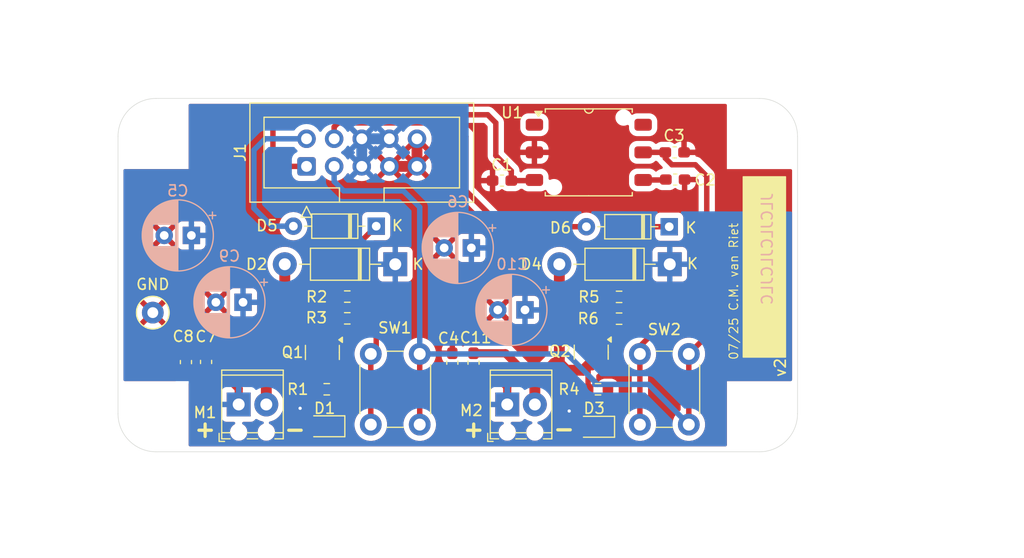
<source format=kicad_pcb>
(kicad_pcb (version 20240108) (generator "pcbnew") (generator_version "8.0")
  (layers (0 "F.Cu" signal) (31 "B.Cu" signal) (34 "B.Paste" user) (35 "F.Paste" user) (36 "B.SilkS" user "B.Silkscreen") (37 "F.SilkS" user "F.Silkscreen") (38 "B.Mask" user) (39 "F.Mask" user) (44 "Edge.Cuts" user))
  (net 0 "")
  (net 1 "GND")
  (net 2 "+3V3")
  (net 3 "+12V")
  (net 4 "P_OUT")
  (net 5 "Net-(Q1-G)")
  (net 6 "Net-(Q2-G)")
  (net 7 "Net-(U1-VDDF)")
  (net 8 "Net-(D2-A)")
  (net 9 "Net-(D4-A)")
  (net 10 "Net-(D1-K)")
  (net 11 "Net-(D3-K)")
  (net 14 "Net-(D5-K)")
  (net 15 "Net-(D6-K)")
  (net 16 "GATE_2")
  (net 17 "GATE_1")
  (footprint "Resistor_SMD:R_0603_1608Metric_Pad0.98x0.95mm_HandSolder" (layer "F.Cu") (at 64.65 48.25 180)
    (property "Reference" "R4" (at 2.67061 0 0) (layer "F.SilkS"))
    (property "Value" "1k2")
    (pad "1" smd roundrect (at -0.9125 0 180) (size 0.975 0.95) (layers "F.Cu" "F.Paste" "F.Mask") (net 11 "Net-(D3-K)"))
    (pad "2" smd roundrect (at 0.9125 0 180) (size 0.975 0.95) (layers "F.Cu" "F.Paste" "F.Mask") (net 9 "Net-(D4-A)"))
  )
  (footprint "Diode_THT:D_DO-35_SOD27_P7.62mm_Horizontal" (layer "F.Cu") (at 44.25 33.25 180)
    (property "Reference" "D5" (at 10.05 0.05 180) (layer "F.SilkS"))
    (property "Value" "1N4148")
    (fp_text user "K" (at -1.95 0.05 180) (layer "F.SilkS"))
    (pad "1" thru_hole rect (at 0 0 180) (size 1.6 1.6) (drill 0.8) (layers "*.Cu" "*.Mask") (net 14 "Net-(D5-K)"))
    (pad "2" thru_hole oval (at 7.62 0 180) (size 1.6 1.6) (drill 0.8) (layers "*.Cu" "*.Mask") (net 17 "GATE_1"))
  )
  (footprint "Resistor_SMD:R_0603_1608Metric_Pad0.98x0.95mm_HandSolder" (layer "F.Cu") (at 66.5875 39.75 180)
    (property "Reference" "R5" (at 2.775 -0.00625 0) (layer "F.SilkS"))
    (property "Value" "1k")
    (pad "1" smd roundrect (at -0.9125 0 180) (size 0.975 0.95) (layers "F.Cu" "F.Paste" "F.Mask") (net 15 "Net-(D6-K)"))
    (pad "2" smd roundrect (at 0.9125 0 180) (size 0.975 0.95) (layers "F.Cu" "F.Paste" "F.Mask") (net 6 "Net-(Q2-G)"))
  )
  (footprint "Diode_THT:D_DO-41_SOD81_P10.16mm_Horizontal" (layer "F.Cu") (at 71.25 36.75 180)
    (property "Reference" "D4" (at 12.75 0 0) (layer "F.SilkS"))
    (property "Value" "1N4007")
    (fp_text user "K" (at -2.09 0.05 0) (layer "F.SilkS"))
    (pad "1" thru_hole rect (at 0 0 180) (size 2.2 2.2) (drill 1.1) (layers "*.Cu" "*.Mask") (net 3 "+12V"))
    (pad "2" thru_hole oval (at 10.16 0 180) (size 2.2 2.2) (drill 1.1) (layers "*.Cu" "*.Mask") (net 9 "Net-(D4-A)"))
  )
  (footprint "Button_Switch_THT:SW_PUSH_6mm" (layer "F.Cu") (at 43.75 51.5 90)
    (property "Reference" "SW1" (at 8.9 2.2 180) (layer "F.SilkS"))
    (property "Value" "SW_Push")
    (pad "1" thru_hole circle (at 0 0 180) (size 2 2) (drill 1.1) (layers "*.Cu" "*.Mask") (net 14 "Net-(D5-K)"))
    (pad "1" thru_hole circle (at 6.5 0 180) (size 2 2) (drill 1.1) (layers "*.Cu" "*.Mask") (net 14 "Net-(D5-K)"))
    (pad "2" thru_hole circle (at 0 4.5 180) (size 2 2) (drill 1.1) (layers "*.Cu" "*.Mask") (net 2 "+3V3"))
    (pad "2" thru_hole circle (at 6.5 4.5 180) (size 2 2) (drill 1.1) (layers "*.Cu" "*.Mask") (net 2 "+3V3"))
  )
  (footprint "Resistor_SMD:R_0603_1608Metric_Pad0.98x0.95mm_HandSolder" (layer "F.Cu") (at 66.5875 41.75625 180)
    (property "Reference" "R6" (at 2.8375 0.00625 0) (layer "F.SilkS"))
    (property "Value" "100k")
    (pad "1" smd roundrect (at -0.9125 0 180) (size 0.975 0.95) (layers "F.Cu" "F.Paste" "F.Mask") (net 6 "Net-(Q2-G)"))
    (pad "2" smd roundrect (at 0.9125 0 180) (size 0.975 0.95) (layers "F.Cu" "F.Paste" "F.Mask") (net 1 "GND"))
  )
  (footprint "Button_Switch_THT:SW_PUSH_6mm" (layer "F.Cu") (at 68.5 51.5 90)
    (property "Reference" "SW2" (at 8.75 2.25 180) (layer "F.SilkS"))
    (property "Value" "SW_Push")
    (pad "1" thru_hole circle (at 0 0 180) (size 2 2) (drill 1.1) (layers "*.Cu" "*.Mask") (net 15 "Net-(D6-K)"))
    (pad "1" thru_hole circle (at 6.5 0 180) (size 2 2) (drill 1.1) (layers "*.Cu" "*.Mask") (net 15 "Net-(D6-K)"))
    (pad "2" thru_hole circle (at 0 4.5 180) (size 2 2) (drill 1.1) (layers "*.Cu" "*.Mask") (net 2 "+3V3"))
    (pad "2" thru_hole circle (at 6.5 4.5 180) (size 2 2) (drill 1.1) (layers "*.Cu" "*.Mask") (net 2 "+3V3"))
  )
  (footprint "TestPoint:TestPoint_Loop_D2.50mm_Drill1.0mm" (layer "F.Cu") (at 23.7 41.2)
    (property "Reference" "GND" (at 0 -2.6 0) (layer "F.SilkS"))
    (property "Value" "TestPoint_Loop_D2.50mm_Drill1.0mm")
    (pad "1" thru_hole circle (at 0 0) (size 2 2) (drill 1) (layers "*.Cu" "*.Mask") (net 1 "GND"))
  )
  (footprint "Diode_THT:D_DO-41_SOD81_P10.16mm_Horizontal" (layer "F.Cu") (at 46 36.75 180)
    (property "Reference" "D2" (at 12.75 0 0) (layer "F.SilkS"))
    (property "Value" "1N4007")
    (fp_text user "K" (at -2.09 0 0) (layer "F.SilkS"))
    (pad "1" thru_hole rect (at 0 0 180) (size 2.2 2.2) (drill 1.1) (layers "*.Cu" "*.Mask") (net 3 "+12V"))
    (pad "2" thru_hole oval (at 10.16 0 180) (size 2.2 2.2) (drill 1.1) (layers "*.Cu" "*.Mask") (net 8 "Net-(D2-A)"))
  )
  (footprint "Library:MCP-H10" (layer "F.Cu") (at 63.8 26.46)
    (property "Reference" "U1" (at -7.05 -3.65 0) (layer "F.SilkS"))
    (property "Value" "~")
    (pad "" np_thru_hole circle (at -3.2 3.2) (size 1 1) (drill 1) (layers "F&B.Cu" "*.Mask"))
    (pad "" np_thru_hole circle (at 3.2 -3.2) (size 1 1) (drill 1) (layers "F&B.Cu" "*.Mask"))
    (pad "1" smd roundrect (at -5 -2.54) (size 1.6 1.1) (layers "F.Cu" "F.Paste" "F.Mask"))
    (pad "2" smd roundrect (at -5 0) (size 1.6 1.1) (layers "F.Cu" "F.Paste" "F.Mask") (net 1 "GND"))
    (pad "3" smd roundrect (at -5 2.54) (size 1.6 1.1) (layers "F.Cu" "F.Paste" "F.Mask") (net 4 "P_OUT"))
    (pad "4" smd roundrect (at 5 2.54) (size 1.6 1.1) (layers "F.Cu" "F.Paste" "F.Mask") (net 7 "Net-(U1-VDDF)"))
    (pad "5" smd roundrect (at 5 0) (size 1.6 1.1) (layers "F.Cu" "F.Paste" "F.Mask") (net 2 "+3V3"))
    (pad "6" smd roundrect (at 5 -2.54) (size 1.6 1.1) (layers "F.Cu" "F.Paste" "F.Mask"))
  )
  (footprint "Resistor_SMD:R_0603_1608Metric_Pad0.98x0.95mm_HandSolder" (layer "F.Cu") (at 39.7 48.25 180)
    (property "Reference" "R1" (at 2.666139 0 0) (layer "F.SilkS"))
    (property "Value" "1k2")
    (pad "1" smd roundrect (at -0.9125 0 180) (size 0.975 0.95) (layers "F.Cu" "F.Paste" "F.Mask") (net 10 "Net-(D1-K)"))
    (pad "2" smd roundrect (at 0.9125 0 180) (size 0.975 0.95) (layers "F.Cu" "F.Paste" "F.Mask") (net 8 "Net-(D2-A)"))
  )
  (footprint "Capacitor_SMD:C_0603_1608Metric_Pad1.08x0.95mm_HandSolder" (layer "F.Cu") (at 26.75 45.75 90)
    (property "Reference" "C8" (at 2.3625 -0.25 0) (layer "F.SilkS"))
    (property "Value" "100nF")
    (pad "1" smd roundrect (at -0.8625 0 90) (size 1.075 0.95) (layers "F.Cu" "F.Paste" "F.Mask") (net 3 "+12V"))
    (pad "2" smd roundrect (at 0.8625 0 90) (size 1.075 0.95) (layers "F.Cu" "F.Paste" "F.Mask") (net 1 "GND"))
  )
  (footprint "Capacitor_SMD:C_0603_1608Metric_Pad1.08x0.95mm_HandSolder" (layer "F.Cu") (at 51.25 45.8 90)
    (property "Reference" "C4" (at 2.25 -0.35 180) (layer "F.SilkS"))
    (property "Value" "100nF")
    (pad "1" smd roundrect (at -0.8625 0 90) (size 1.075 0.95) (layers "F.Cu" "F.Paste" "F.Mask") (net 3 "+12V"))
    (pad "2" smd roundrect (at 0.8625 0 90) (size 1.075 0.95) (layers "F.Cu" "F.Paste" "F.Mask") (net 1 "GND"))
  )
  (footprint "MountingHole:MountingHole_3.2mm_M3_DIN965" (layer "F.Cu") (at 24 50.5)
    (property "Reference" "REF**" (hide yes))
    (property "Value" "MountingHole_3.2mm_M3_DIN965")
    (pad "" np_thru_hole circle (at 0 0) (size 3.2 3.2) (drill 3.2) (layers "*.Cu" "*.Mask"))
  )
  (footprint "Capacitor_SMD:C_0603_1608Metric_Pad1.08x0.95mm_HandSolder" (layer "F.Cu") (at 53.2 45.8 90)
    (property "Reference" "C11" (at 2.3 0.2 180) (layer "F.SilkS"))
    (property "Value" "100nF")
    (pad "1" smd roundrect (at -0.8625 0 90) (size 1.075 0.95) (layers "F.Cu" "F.Paste" "F.Mask") (net 3 "+12V"))
    (pad "2" smd roundrect (at 0.8625 0 90) (size 1.075 0.95) (layers "F.Cu" "F.Paste" "F.Mask") (net 9 "Net-(D4-A)"))
  )
  (footprint "Connector_IDC:IDC-Header_2x05_P2.54mm_Vertical" (layer "F.Cu") (at 37.84 27.75 90)
    (property "Reference" "J1" (at 1.27 -6.1 90) (layer "F.SilkS"))
    (property "Value" "IDC")
    (pad "1" thru_hole roundrect (at 0 0 90) (size 1.7 1.7) (drill 1) (layers "*.Cu" "*.Mask") (roundrect_rratio 0.1470588235) (net 4 "P_OUT"))
    (pad "2" thru_hole circle (at 2.54 0 90) (size 1.7 1.7) (drill 1) (layers "*.Cu" "*.Mask") (net 17 "GATE_1"))
    (pad "3" thru_hole circle (at 0 2.54 90) (size 1.7 1.7) (drill 1) (layers "*.Cu" "*.Mask") (net 2 "+3V3"))
    (pad "4" thru_hole circle (at 2.54 2.54 90) (size 1.7 1.7) (drill 1) (layers "*.Cu" "*.Mask") (net 16 "GATE_2"))
    (pad "5" thru_hole circle (at 0 5.08 90) (size 1.7 1.7) (drill 1) (layers "*.Cu" "*.Mask") (net 3 "+12V"))
    (pad "6" thru_hole circle (at 2.54 5.08 90) (size 1.7 1.7) (drill 1) (layers "*.Cu" "*.Mask") (net 3 "+12V"))
    (pad "7" thru_hole circle (at 0 7.62 90) (size 1.7 1.7) (drill 1) (layers "*.Cu" "*.Mask") (net 1 "GND"))
    (pad "8" thru_hole circle (at 2.54 7.62 90) (size 1.7 1.7) (drill 1) (layers "*.Cu" "*.Mask") (net 3 "+12V"))
    (pad "9" thru_hole circle (at 0 10.16 90) (size 1.7 1.7) (drill 1) (layers "*.Cu" "*.Mask") (net 1 "GND"))
    (pad "10" thru_hole circle (at 2.54 10.16 90) (size 1.7 1.7) (drill 1) (layers "*.Cu" "*.Mask") (net 1 "GND"))
  )
  (footprint "MountingHole:MountingHole_3.2mm_M3_DIN965" (layer "F.Cu") (at 79.5 50.5)
    (property "Reference" "REF**" (hide yes))
    (property "Value" "MountingHole_3.2mm_M3_DIN965")
    (pad "" np_thru_hole circle (at 0 0) (size 3.2 3.2) (drill 3.2) (layers "*.Cu" "*.Mask"))
  )
  (footprint "TerminalBlock_Phoenix:TerminalBlock_Phoenix_MPT-0,5-2-2.54_1x02_P2.54mm_Horizontal" (layer "F.Cu") (at 31.6 49.64686)
    (property "Reference" "M1" (at -3.1 0.74 0) (layer "F.SilkS"))
    (property "Value" "Pump")
    (pad "" np_thru_hole circle (at 0 2.54) (size 1.1 1.1) (drill 1.1) (layers "*.Cu" "*.Mask"))
    (pad "" np_thru_hole circle (at 2.54 2.54) (size 1.1 1.1) (drill 1.1) (layers "*.Cu" "*.Mask"))
    (pad "1" thru_hole rect (at 0 0) (size 2.2 2.2) (drill 1.1) (layers "*.Cu" "*.Mask") (net 3 "+12V"))
    (pad "2" thru_hole circle (at 2.54 0) (size 2.2 2.2) (drill 1.1) (layers "*.Cu" "*.Mask") (net 8 "Net-(D2-A)"))
  )
  (footprint "Package_TO_SOT_SMD:SOT-23" (layer "F.Cu") (at 39.3 44.8625 -90)
    (property "Reference" "Q1" (at -0.0125 2.75 0) (layer "F.SilkS"))
    (property "Value" "AO3400A")
    (pad "1" smd roundrect (at -0.9375 -0.95 270) (size 1.475 0.6) (layers "F.Cu" "F.Paste" "F.Mask") (net 5 "Net-(Q1-G)"))
    (pad "2" smd roundrect (at -0.9375 0.95 270) (size 1.475 0.6) (layers "F.Cu" "F.Paste" "F.Mask") (net 1 "GND"))
    (pad "3" smd roundrect (at 0.9375 0 270) (size 1.475 0.6) (layers "F.Cu" "F.Paste" "F.Mask") (net 8 "Net-(D2-A)"))
  )
  (footprint "Capacitor_SMD:C_0603_1608Metric_Pad1.08x0.95mm_HandSolder" (layer "F.Cu") (at 28.6 45.7375 90)
    (property "Reference" "C7" (at 2.3375 0 180) (layer "F.SilkS"))
    (property "Value" "100nF")
    (pad "1" smd roundrect (at -0.8625 0 90) (size 1.075 0.95) (layers "F.Cu" "F.Paste" "F.Mask") (net 3 "+12V"))
    (pad "2" smd roundrect (at 0.8625 0 90) (size 1.075 0.95) (layers "F.Cu" "F.Paste" "F.Mask") (net 8 "Net-(D2-A)"))
  )
  (footprint "Resistor_SMD:R_0603_1608Metric_Pad0.98x0.95mm_HandSolder" (layer "F.Cu") (at 41.5875 41.725 180)
    (property "Reference" "R3" (at 2.8375 0.05 0) (layer "F.SilkS"))
    (property "Value" "100k")
    (pad "1" smd roundrect (at -0.9125 0 180) (size 0.975 0.95) (layers "F.Cu" "F.Paste" "F.Mask") (net 5 "Net-(Q1-G)"))
    (pad "2" smd roundrect (at 0.9125 0 180) (size 0.975 0.95) (layers "F.Cu" "F.Paste" "F.Mask") (net 1 "GND"))
  )
  (footprint "Resistor_SMD:R_0603_1608Metric_Pad0.98x0.95mm_HandSolder" (layer "F.Cu") (at 41.5875 39.725 180)
    (property "Reference" "R2" (at 2.8125 -0.025 0) (layer "F.SilkS"))
    (property "Value" "1k")
    (pad "1" smd roundrect (at -0.9125 0 180) (size 0.975 0.95) (layers "F.Cu" "F.Paste" "F.Mask") (net 14 "Net-(D5-K)"))
    (pad "2" smd roundrect (at 0.9125 0 180) (size 0.975 0.95) (layers "F.Cu" "F.Paste" "F.Mask") (net 5 "Net-(Q1-G)"))
  )
  (footprint "Diode_SMD:D_0805_2012Metric_Pad1.15x1.40mm_HandSolder" (layer "F.Cu") (at 64.30936 51.7 180)
    (property "Reference" "D3" (at 0.00936 1.7 0) (layer "F.SilkS"))
    (property "Value" "LED_Small")
    (pad "1" smd roundrect (at -1.025 0 180) (size 1.15 1.4) (layers "F.Cu" "F.Paste" "F.Mask") (roundrect_rratio 0.2173913043) (net 11 "Net-(D3-K)"))
    (pad "2" smd roundrect (at 1.025 0 180) (size 1.15 1.4) (layers "F.Cu" "F.Paste" "F.Mask") (roundrect_rratio 0.2173913043) (net 3 "+12V"))
  )
  (footprint "Capacitor_SMD:C_0603_1608Metric_Pad1.08x0.95mm_HandSolder" (layer "F.Cu") (at 71.75 28.96)
    (property "Reference" "C2" (at 2.75 0.04 0) (layer "F.SilkS"))
    (property "Value" "100nF")
    (pad "1" smd roundrect (at -0.8625 0) (size 1.075 0.95) (layers "F.Cu" "F.Paste" "F.Mask") (net 7 "Net-(U1-VDDF)"))
    (pad "2" smd roundrect (at 0.8625 0) (size 1.075 0.95) (layers "F.Cu" "F.Paste" "F.Mask") (net 1 "GND"))
  )
  (footprint "Diode_THT:D_DO-35_SOD27_P7.62mm_Horizontal" (layer "F.Cu") (at 71.2 33.3 180)
    (property "Reference" "D6" (at 10 -0.1 180) (layer "F.SilkS"))
    (property "Value" "1N4148")
    (fp_text user "K" (at -2 -0.1 180) (layer "F.SilkS"))
    (pad "1" thru_hole rect (at 0 0 180) (size 1.6 1.6) (drill 0.8) (layers "*.Cu" "*.Mask") (net 15 "Net-(D6-K)"))
    (pad "2" thru_hole oval (at 7.62 0 180) (size 1.6 1.6) (drill 0.8) (layers "*.Cu" "*.Mask") (net 16 "GATE_2"))
  )
  (footprint "Package_TO_SOT_SMD:SOT-23" (layer "F.Cu") (at 64.025 44.83875 -90)
    (property "Reference" "Q2" (at -0.08875 2.875 0) (layer "F.SilkS"))
    (property "Value" "AO3400A")
    (pad "1" smd roundrect (at -0.9375 -0.95 270) (size 1.475 0.6) (layers "F.Cu" "F.Paste" "F.Mask") (net 6 "Net-(Q2-G)"))
    (pad "2" smd roundrect (at -0.9375 0.95 270) (size 1.475 0.6) (layers "F.Cu" "F.Paste" "F.Mask") (net 1 "GND"))
    (pad "3" smd roundrect (at 0.9375 0 270) (size 1.475 0.6) (layers "F.Cu" "F.Paste" "F.Mask") (net 9 "Net-(D4-A)"))
  )
  (footprint "MountingHole:MountingHole_3.2mm_M3_DIN965" (layer "F.Cu") (at 24 25 90)
    (property "Reference" "REF**" (hide yes))
    (property "Value" "MountingHole_3.2mm_M3_DIN965")
    (pad "" np_thru_hole circle (at 0 0 90) (size 3.2 3.2) (drill 3.2) (layers "*.Cu" "*.Mask"))
  )
  (footprint "Capacitor_SMD:C_0603_1608Metric_Pad1.08x0.95mm_HandSolder" (layer "F.Cu") (at 55.8125 29.06 180)
    (property "Reference" "C1" (at 0.0125 1.45 0) (layer "F.SilkS"))
    (property "Value" "100nF")
    (pad "1" smd roundrect (at -0.8625 0 180) (size 1.075 0.95) (layers "F.Cu" "F.Paste" "F.Mask") (net 4 "P_OUT"))
    (pad "2" smd roundrect (at 0.8625 0 180) (size 1.075 0.95) (layers "F.Cu" "F.Paste" "F.Mask") (net 1 "GND"))
  )
  (footprint "Capacitor_SMD:C_0603_1608Metric_Pad1.08x0.95mm_HandSolder" (layer "F.Cu") (at 71.7 26.46)
    (property "Reference" "C3" (at -0.05 -1.55 0) (layer "F.SilkS"))
    (property "Value" "100nF")
    (pad "1" smd roundrect (at -0.8625 0) (size 1.075 0.95) (layers "F.Cu" "F.Paste" "F.Mask") (net 2 "+3V3"))
    (pad "2" smd roundrect (at 0.8625 0) (size 1.075 0.95) (layers "F.Cu" "F.Paste" "F.Mask") (net 1 "GND"))
  )
  (footprint "Diode_SMD:D_0805_2012Metric_Pad1.15x1.40mm_HandSolder" (layer "F.Cu") (at 39.50375 51.65314 180)
    (property "Reference" "D1" (at -0.00375 1.65314 0) (layer "F.SilkS"))
    (property "Value" "LED_Small")
    (pad "1" smd roundrect (at -1.025 0 180) (size 1.15 1.4) (layers "F.Cu" "F.Paste" "F.Mask") (roundrect_rratio 0.2173913043) (net 10 "Net-(D1-K)"))
    (pad "2" smd roundrect (at 1.025 0 180) (size 1.15 1.4) (layers "F.Cu" "F.Paste" "F.Mask") (roundrect_rratio 0.2173913043) (net 3 "+12V"))
  )
  (footprint "MountingHole:MountingHole_3.2mm_M3_DIN965" (layer "F.Cu") (at 79.5 25)
    (property "Reference" "REF**" (hide yes))
    (property "Value" "MountingHole_3.2mm_M3_DIN965")
    (pad "" np_thru_hole circle (at 0 0) (size 3.2 3.2) (drill 3.2) (layers "*.Cu" "*.Mask"))
  )
  (footprint "TerminalBlock_Phoenix:TerminalBlock_Phoenix_MPT-0,5-2-2.54_1x02_P2.54mm_Horizontal" (layer "F.Cu") (at 56.30061 49.64686)
    (property "Reference" "M2" (at -3.30061 0.55314 0) (layer "F.SilkS"))
    (property "Value" "Pump")
    (pad "" np_thru_hole circle (at 0 2.54) (size 1.1 1.1) (drill 1.1) (layers "*.Cu" "*.Mask"))
    (pad "" np_thru_hole circle (at 2.54 2.54) (size 1.1 1.1) (drill 1.1) (layers "*.Cu" "*.Mask"))
    (pad "1" thru_hole rect (at 0 0) (size 2.2 2.2) (drill 1.1) (layers "*.Cu" "*.Mask") (net 3 "+12V"))
    (pad "2" thru_hole circle (at 2.54 0) (size 2.2 2.2) (drill 1.1) (layers "*.Cu" "*.Mask") (net 9 "Net-(D4-A)"))
  )
  (footprint "Capacitor_THT:CP_Radial_D6.3mm_P2.50mm" (layer "B.Cu") (at 32 40.25 180)
    (property "Reference" "C9" (at 1.25 4.25 0) (layer "B.SilkS") (effects (justify mirror)))
    (property "Value" "100uF")
    (pad "1" thru_hole rect (at 0 0 180) (size 1.6 1.6) (drill 0.8) (layers "*.Cu" "*.Mask") (net 3 "+12V"))
    (pad "2" thru_hole circle (at 2.5 0 180) (size 1.6 1.6) (drill 0.8) (layers "*.Cu" "*.Mask") (net 1 "GND"))
  )
  (footprint "Capacitor_THT:CP_Radial_D6.3mm_P2.50mm" (layer "B.Cu") (at 53 35.25 180)
    (property "Reference" "C6" (at 1.25 4.25 0) (layer "B.SilkS") (effects (justify mirror)))
    (property "Value" "100uF")
    (pad "1" thru_hole rect (at 0 0 180) (size 1.6 1.6) (drill 0.8) (layers "*.Cu" "*.Mask") (net 3 "+12V"))
    (pad "2" thru_hole circle (at 2.5 0 180) (size 1.6 1.6) (drill 0.8) (layers "*.Cu" "*.Mask") (net 1 "GND"))
  )
  (footprint "Capacitor_THT:CP_Radial_D6.3mm_P2.50mm" (layer "B.Cu") (at 57.93238 40.95 180)
    (property "Reference" "C10" (at 1.18238 4.2 0) (layer "B.SilkS") (effects (justify mirror)))
    (property "Value" "100uF")
    (pad "1" thru_hole rect (at 0 0 180) (size 1.6 1.6) (drill 0.8) (layers "*.Cu" "*.Mask") (net 3 "+12V"))
    (pad "2" thru_hole circle (at 2.5 0 180) (size 1.6 1.6) (drill 0.8) (layers "*.Cu" "*.Mask") (net 1 "GND"))
  )
  (footprint "Capacitor_THT:CP_Radial_D6.3mm_P2.50mm" (layer "B.Cu") (at 27.25 34.1 180)
    (property "Reference" "C5" (at 1.25 4.1 0) (layer "B.SilkS") (effects (justify mirror)))
    (property "Value" "100uF")
    (pad "1" thru_hole rect (at 0 0 180) (size 1.6 1.6) (drill 0.8) (layers "*.Cu" "*.Mask") (net 3 "+12V"))
    (pad "2" thru_hole circle (at 2.5 0 180) (size 1.6 1.6) (drill 0.8) (layers "*.Cu" "*.Mask") (net 1 "GND"))
  )
  (gr_rect (start 78 28.7) (end 81.9 45.3) (stroke (width 0.1)) (fill solid) (layer "F.SilkS"))
  (gr_line (start 83 50.5) (end 83 25) (stroke (width 0.05)) (layer "Edge.Cuts"))
  (gr_arc (start 83 50.5) (mid 81.974874 52.974874) (end 79.5 54) (stroke (width 0.05)) (layer "Edge.Cuts"))
  (gr_line (start 24 54) (end 79.5 54) (stroke (width 0.05)) (layer "Edge.Cuts"))
  (gr_line (start 20.5 25) (end 20.5 50.5) (stroke (width 0.05)) (layer "Edge.Cuts"))
  (gr_arc (start 20.5 25) (mid 21.525126 22.525126) (end 24 21.5) (stroke (width 0.05)) (layer "Edge.Cuts"))
  (gr_line (start 79.5 21.5) (end 24 21.5) (stroke (width 0.05)) (layer "Edge.Cuts"))
  (gr_arc (start 79.5 21.5) (mid 81.974874 22.525126) (end 83 25) (stroke (width 0.05)) (layer "Edge.Cuts"))
  (gr_arc (start 24 54) (mid 21.525126 52.974874) (end 20.5 50.5) (stroke (width 0.05)) (layer "Edge.Cuts"))
  (gr_text "JLCJLCJLCJLC" (at 80.8 30.1 90) (layer "B.SilkS") (effects (font (size 1 1)) (justify left bottom mirror)))
  (gr_text "+" (at 54.34061 52.78686 0) (layer "F.SilkS") (effects (font (size 1.5 1.5) (thickness 0.3) (bold yes)) (justify left bottom mirror)))
  (gr_text "-" (at 37.9 52.78686 0) (layer "F.SilkS") (effects (font (size 1.5 1.5) (thickness 0.3) (bold yes)) (justify left bottom mirror)))
  (gr_text "-" (at 62.65 52.75 0) (layer "F.SilkS") (effects (font (size 1.5 1.5) (thickness 0.3) (bold yes)) (justify left bottom mirror)))
  (gr_text "v2" (at 82 47.2 90) (layer "F.SilkS") (effects (font (size 1 1)) (justify left bottom)))
  (gr_text "07/25 C.M. van Riet" (at 77.6 45.6 90) (layer "F.SilkS") (effects (font (size 0.8 0.8) (thickness 0.1)) (justify left bottom)))
  (gr_text "+" (at 29.64 52.78686 0) (layer "F.SilkS") (effects (font (size 1.5 1.5) (thickness 0.3) (bold yes)) (justify left bottom mirror)))
  (segment (start 45.46 27.75) (end 48 27.75) (width 1) (layer "F.Cu") (net 1))
  (segment (start 48 27.75) (end 48 25.21) (width 1) (layer "F.Cu") (net 1))
  (segment (start 40.675 41.675) (end 40.725 41.725) (width 0.5) (layer "F.Cu") (net 1))
  (segment (start 40.775 41.775) (end 40.725 41.725) (width 0.5) (layer "F.Cu") (net 1))
  (segment (start 40.725 41.725) (end 40.725 41.575) (width 0.5) (layer "F.Cu") (net 1))
  (segment (start 74.65 43.35) (end 73 45) (width 0.5) (layer "F.Cu") (net 2))
  (segment (start 48.25 45) (end 48.25 51.5) (width 0.5) (layer "F.Cu") (net 2))
  (segment (start 70.8375 26.9875) (end 71.45 27.6) (width 0.5) (layer "F.Cu") (net 2))
  (segment (start 70.8375 26.46) (end 70.8375 26.9875) (width 0.5) (layer "F.Cu") (net 2))
  (segment (start 73 45) (end 73 51.5) (width 0.5) (layer "F.Cu") (net 2))
  (segment (start 74.65 28.65) (end 74.65 43.35) (width 0.5) (layer "F.Cu") (net 2))
  (segment (start 73.6 27.6) (end 74.65 28.65) (width 0.5) (layer "F.Cu") (net 2))
  (segment (start 70.8375 26.46) (end 68.8 26.46) (width 0.5) (layer "F.Cu") (net 2))
  (segment (start 71.45 27.6) (end 73.6 27.6) (width 0.5) (layer "F.Cu") (net 2))
  (segment (start 46.75 30) (end 41.25 30) (width 0.5) (layer "B.Cu") (net 2))
  (segment (start 61.8 45) (end 48.25 45) (width 0.5) (layer "B.Cu") (net 2))
  (segment (start 61.8 45) (end 64.6 47.8) (width 0.5) (layer "B.Cu") (net 2))
  (segment (start 69.3 47.8) (end 73 51.5) (width 0.5) (layer "B.Cu") (net 2))
  (segment (start 64.35 47.8) (end 69.2 47.8) (width 0.5) (layer "B.Cu") (net 2))
  (segment (start 40.38 29.13) (end 40.38 27.75) (width 0.5) (layer "B.Cu") (net 2))
  (segment (start 41.25 30) (end 40.38 29.13) (width 0.5) (layer "B.Cu") (net 2))
  (segment (start 48.25 31.5) (end 48.25 45) (width 0.5) (layer "B.Cu") (net 2))
  (segment (start 46.75 30) (end 48.25 31.5) (width 0.5) (layer "B.Cu") (net 2))
  (segment (start 56.30061 49.64686) (end 56.30061 48.020111) (width 0.75) (layer "F.Cu") (net 3))
  (segment (start 28.6 46.6) (end 26.7625 46.6) (width 0.75) (layer "F.Cu") (net 3))
  (segment (start 38.47875 51.65314) (end 38.47875 51.22875) (width 0.5) (layer "F.Cu") (net 3))
  (segment (start 53.2 46.6625) (end 51.50375 46.6625) (width 1) (layer "F.Cu") (net 3))
  (segment (start 31.6 48.193251) (end 31.6 49.64686) (width 0.75) (layer "F.Cu") (net 3))
  (segment (start 63.28436 51.7) (end 63.28436 51.53436) (width 0.5) (layer "F.Cu") (net 3))
  (segment (start 38.47875 51.22875) (end 37.25 50) (width 0.5) (layer "F.Cu") (net 3))
  (segment (start 26.7625 46.6) (end 26.75 46.6125) (width 0.75) (layer "F.Cu") (net 3))
  (segment (start 63.25 51.5) (end 62 50.25) (width 0.5) (layer "F.Cu") (net 3))
  (segment (start 63.28436 51.53436) (end 63.25 51.5) (width 0.5) (layer "F.Cu") (net 3))
  (segment (start 30.006749 46.6) (end 28.6 46.6) (width 0.75) (layer "F.Cu") (net 3))
  (segment (start 56.30061 48.020111) (end 54.982999 46.7025) (width 0.75) (layer "F.Cu") (net 3))
  (segment (start 51.48125 46.64) (end 51.45625 46.665) (width 0.75) (layer "F.Cu") (net 3))
  (segment (start 54.982999 46.7025) (end 53.24061 46.7025) (width 0.75) (layer "F.Cu") (net 3))
  (segment (start 31.6 48.193251) (end 30.006749 46.6) (width 0.75) (layer "F.Cu") (net 3))
  (segment (start 38.47875 51.65314) (end 38.15314 51.65314) (width 0.5) (layer "F.Cu") (net 3))
  (segment (start 51.50375 46.6625) (end 51.48125 46.64) (width 1) (layer "F.Cu") (net 3))
  (via (at 62 50.25) (size 0.6) (drill 0.3) (layers "F.Cu" "B.Cu") (net 3))
  (via (at 37.25 50) (size 0.6) (drill 0.3) (layers "F.Cu" "B.Cu") (net 3))
  (segment (start 42.92 25.21) (end 42.92 27.75) (width 1) (layer "B.Cu") (net 3))
  (segment (start 45.46 25.21) (end 42.92 25.21) (width 1) (layer "B.Cu") (net 3))
  (segment (start 56.675 28.175) (end 55.25 26.75) (width 0.5) (layer "F.Cu") (net 4))
  (segment (start 35.75 23) (end 34.75 24) (width 0.5) (layer "F.Cu") (net 4))
  (segment (start 56.675 29.06) (end 58.74 29.06) (width 0.5) (layer "F.Cu") (net 4))
  (segment (start 56.675 29.06) (end 56.675 28.175) (width 0.5) (layer "F.Cu") (net 4))
  (segment (start 34.75 24) (end 34.75 27) (width 0.5) (layer "F.Cu") (net 4))
  (segment (start 58.74 29.06) (end 58.8 29) (width 0.5) (layer "F.Cu") (net 4))
  (segment (start 55.25 26.75) (end 55.25 23.75) (width 0.5) (layer "F.Cu") (net 4))
  (segment (start 55.25 23.75) (end 54.5 23) (width 0.5) (layer "F.Cu") (net 4))
  (segment (start 34.75 27) (end 35.5 27.75) (width 0.5) (layer "F.Cu") (net 4))
  (segment (start 54.5 23) (end 35.75 23) (width 0.5) (layer "F.Cu") (net 4))
  (segment (start 35.5 27.75) (end 37.84 27.75) (width 0.5) (layer "F.Cu") (net 4))
  (segment (start 40.675 39.9) (end 42.5 41.725) (width 0.5) (layer "F.Cu") (net 5))
  (segment (start 42.5 42.75) (end 42.5 41.725) (width 0.5) (layer "F.Cu") (net 5))
  (segment (start 40.25 43.925) (end 41.325 43.925) (width 0.5) (layer "F.Cu") (net 5))
  (segment (start 40.675 39.725) (end 40.675 39.9) (width 0.5) (layer "F.Cu") (net 5))
  (segment (start 41.325 43.925) (end 42.5 42.75) (width 0.5) (layer "F.Cu") (net 5))
  (segment (start 40.225 43.9) (end 40.25 43.925) (width 0.5) (layer "F.Cu") (net 5))
  (segment (start 67.5 42.75) (end 67.5 41.75625) (width 0.5) (layer "F.Cu") (net 6))
  (segment (start 65.675 39.75) (end 65.675 39.93125) (width 0.5) (layer "F.Cu") (net 6))
  (segment (start 65.675 39.93125) (end 67.5 41.75625) (width 0.5) (layer "F.Cu") (net 6))
  (segment (start 66.34875 43.90125) (end 67.5 42.75) (width 0.5) (layer "F.Cu") (net 6))
  (segment (start 64.975 43.90125) (end 66.34875 43.90125) (width 0.5) (layer "F.Cu") (net 6))
  (segment (start 68.8 29) (end 70.8475 29) (width 0.5) (layer "F.Cu") (net 7))
  (segment (start 70.8475 29) (end 70.8875 28.96) (width 0.5) (layer "F.Cu") (net 7))
  (segment (start 34.29564 49.61564) (end 34.14 49.46) (width 0.5) (layer "F.Cu") (net 8))
  (segment (start 31.075 44.875) (end 34.14 47.94) (width 0.75) (layer "F.Cu") (net 8))
  (segment (start 38.7875 46.6875) (end 38 45.9) (width 0.5) (layer "F.Cu") (net 8))
  (segment (start 34.14 46.75314) (end 34.14 49.64686) (width 1) (layer "F.Cu") (net 8))
  (segment (start 38 45.8) (end 39.3 45.8) (width 1) (layer "F.Cu") (net 8))
  (segment (start 38.7875 48.25) (end 38.7875 46.6875) (width 0.5) (layer "F.Cu") (net 8))
  (segment (start 35.84 45.05314) (end 36.58686 45.8) (width 1) (layer "F.Cu") (net 8))
  (segment (start 35.84 36.75) (end 35.84 45.05314) (width 1) (layer "F.Cu") (net 8))
  (segment (start 28.6 44.875) (end 31.075 44.875) (width 0.75) (layer "F.Cu") (net 8))
  (segment (start 34.14 47.94) (end 34.14 49.64686) (width 0.75) (layer "F.Cu") (net 8))
  (segment (start 36.58686 45.8) (end 38 45.8) (width 1) (layer "F.Cu") (net 8))
  (segment (start 38 45.9) (end 38 45.8) (width 0.5) (layer "F.Cu") (net 8))
  (segment (start 35.84 45.05314) (end 34.14 46.75314) (width 1) (layer "F.Cu") (net 8))
  (segment (start 63.30125 46.5) (end 64.025 45.77625) (width 1) (layer "F.Cu") (net 9))
  (segment (start 53.2 44.9375) (end 56.1375 44.9375) (width 0.75) (layer "F.Cu") (net 9))
  (segment (start 61.09 45.85253) (end 60.62869 45.85253) (width 1) (layer "F.Cu") (net 9))
  (segment (start 61.09 45.85253) (end 61.73747 46.5) (width 1) (layer "F.Cu") (net 9))
  (segment (start 63.7375 48.25) (end 63.7375 46.06375) (width 0.5) (layer "F.Cu") (net 9))
  (segment (start 60.62869 45.85253) (end 58.84061 47.64061) (width 1) (layer "F.Cu") (net 9))
  (segment (start 61.73747 46.5) (end 63.30125 46.5) (width 1) (layer "F.Cu") (net 9))
  (segment (start 61.09 36.75) (end 61.09 45.85253) (width 1) (layer "F.Cu") (net 9))
  (segment (start 56.1375 44.9375) (end 58.84061 47.64061) (width 0.75) (layer "F.Cu") (net 9))
  (segment (start 58.84061 47.64061) (end 58.84061 49.64686) (width 1) (layer "F.Cu") (net 9))
  (segment (start 40.52875 48.33375) (end 40.6125 48.25) (width 0.5) (layer "F.Cu") (net 10))
  (segment (start 40.52875 51.65314) (end 40.52875 48.33375) (width 0.5) (layer "F.Cu") (net 10))
  (segment (start 40.282389 51.39064) (end 40.507389 51.61564) (width 0.5) (layer "F.Cu") (net 10))
  (segment (start 40.52875 48.47125) (end 40.75 48.25) (width 0.5) (layer "F.Cu") (net 10))
  (segment (start 65.5625 51.47186) (end 65.33436 51.7) (width 0.5) (layer "F.Cu") (net 11))
  (segment (start 65.5625 48.25) (end 65.5625 51.47186) (width 0.5) (layer "F.Cu") (net 11))
  (segment (start 42.5 39.725) (end 43.225 39.725) (width 0.5) (layer "F.Cu") (net 14))
  (segment (start 42.5 39.725) (end 43 39.225) (width 0.5) (layer "F.Cu") (net 14))
  (segment (start 43.75 45) (end 43.75 51.5) (width 0.5) (layer "F.Cu") (net 14))
  (segment (start 44.25 40.75) (end 44.25 45) (width 0.5) (layer "F.Cu") (net 14))
  (segment (start 43 39.225) (end 43 34.5) (width 0.5) (layer "F.Cu") (net 14))
  (segment (start 43 34.5) (end 44.25 33.25) (width 0.5) (layer "F.Cu") (net 14))
  (segment (start 43.225 39.725) (end 44.25 40.75) (width 0.5) (layer "F.Cu") (net 14))
  (segment (start 67.5 39.75) (end 68.25 39.75) (width 0.5) (layer "F.Cu") (net 15))
  (segment (start 69.1 33.3) (end 71.2 33.3) (width 0.5) (layer "F.Cu") (net 15))
  (segment (start 68.5 44.3) (end 68.5 45) (width 0.5) (layer "F.Cu") (net 15))
  (segment (start 68.25 39.75) (end 69.35 40.85) (width 0.5) (layer "F.Cu") (net 15))
  (segment (start 67.5 34.9) (end 69.1 33.3) (width 0.5) (layer "F.Cu") (net 15))
  (segment (start 69.35 43.45) (end 68.5 44.3) (width 0.5) (layer "F.Cu") (net 15))
  (segment (start 67.5 39.75) (end 67.5 34.9) (width 0.5) (layer "F.Cu") (net 15))
  (segment (start 68.5 45) (end 68.5 51.5) (width 0.5) (layer "F.Cu") (net 15))
  (segment (start 69.35 40.85) (end 69.35 43.45) (width 0.5) (layer "F.Cu") (net 15))
  (segment (start 40.38 24.12) (end 40.75 23.75) (width 0.5) (layer "F.Cu") (net 16))
  (segment (start 52.5 30) (end 55.8 33.3) (width 0.5) (layer "F.Cu") (net 16))
  (segment (start 55.8 33.3) (end 63.58 33.3) (width 0.5) (layer "F.Cu") (net 16))
  (segment (start 40.38 25.21) (end 40.38 24.12) (width 0.5) (layer "F.Cu") (net 16))
  (segment (start 40.75 23.75) (end 51.25 23.75) (width 0.5) (layer "F.Cu") (net 16))
  (segment (start 51.25 23.75) (end 52.5 25) (width 0.5) (layer "F.Cu") (net 16))
  (segment (start 52.5 25) (end 52.5 30) (width 0.5) (layer "F.Cu") (net 16))
  (segment (start 37.84 25.21) (end 34.04 25.21) (width 0.5) (layer "B.Cu") (net 17))
  (segment (start 34.65 33.25) (end 36.63 33.25) (width 0.5) (layer "B.Cu") (net 17))
  (segment (start 33 31.6) (end 34.65 33.25) (width 0.5) (layer "B.Cu") (net 17))
  (segment (start 34.04 25.21) (end 33 26.25) (width 0.5) (layer "B.Cu") (net 17))
  (segment (start 33 26.25) (end 33 31.6) (width 0.5) (layer "B.Cu") (net 17))
  (zone (net 1) (net_name "GND") (layer "F.Cu") (connect_pads (clearance 0.5)) (min_thickness 0.25) (fill yes (thermal_gap 0.5) (thermal_bridge_width 0.5))
    (polygon (pts (xy 13.942389 14.06564) (xy 103.642389 13.76564) (xy 103.85 63.6) (xy 13.742389 63.76564)))
  )
  (zone (net 0) (net_name "") (layers "F&B.Cu") (connect_pads (clearance 0)) (min_thickness 0.25)
    (keepout (tracks not_allowed) (vias allowed) (pads allowed) (copperpour not_allowed) (footprints allowed))
    (fill (thermal_gap 0.5) (thermal_bridge_width 0.5))
    (polygon (pts (xy 20.5 47.5) (xy 20.5 54.5) (xy 27 54.5) (xy 27 47.5)))
  )
  (zone (net 0) (net_name "") (layers "F&B.Cu") (connect_pads (clearance 0)) (min_thickness 0.25)
    (keepout (tracks not_allowed) (vias allowed) (pads allowed) (copperpour not_allowed) (footprints allowed))
    (fill (thermal_gap 0.5) (thermal_bridge_width 0.5))
    (polygon (pts (xy 76.5 21) (xy 76.5 28) (xy 83 28) (xy 83 21)))
  )
  (zone (net 0) (net_name "") (layers "F&B.Cu") (connect_pads (clearance 0)) (min_thickness 0.25)
    (keepout (tracks not_allowed) (vias allowed) (pads allowed) (copperpour not_allowed) (footprints allowed))
    (fill (thermal_gap 0.5) (thermal_bridge_width 0.5))
    (polygon (pts (xy 20.5 21) (xy 20.5 28) (xy 27 28) (xy 27 21)))
  )
  (zone (net 0) (net_name "") (layers "F&B.Cu") (connect_pads (clearance 0)) (min_thickness 0.25)
    (keepout (tracks not_allowed) (vias allowed) (pads allowed) (copperpour not_allowed) (footprints allowed))
    (fill (thermal_gap 0.5) (thermal_bridge_width 0.5))
    (polygon (pts (xy 76.5 47.5) (xy 76.5 54.5) (xy 83 54.5) (xy 83 47.5)))
  )
  (zone (net 3) (net_name "+12V") (layer "B.Cu") (priority 2) (connect_pads (clearance 0.5)) (min_thickness 0.25) (fill yes (thermal_gap 0.5) (thermal_bridge_width 0.5))
    (polygon (pts (xy 12.792389 12.91564) (xy 102.45 13) (xy 102.45 62.25) (xy 12.8 62.2)))
  )
  (zone (net 0) (net_name "") (layer "B.Cu") (connect_pads (clearance 0)) (min_thickness 0.25)
    (keepout (tracks allowed) (vias allowed) (pads allowed) (copperpour not_allowed) (footprints allowed))
    (fill (thermal_gap 0.5) (thermal_bridge_width 0.5))
    (polygon (pts (xy 52.75 21) (xy 83.5 21) (xy 83.5 31.9) (xy 52.75 31.85) (xy 52.75 23.35)))
  )
)
</source>
